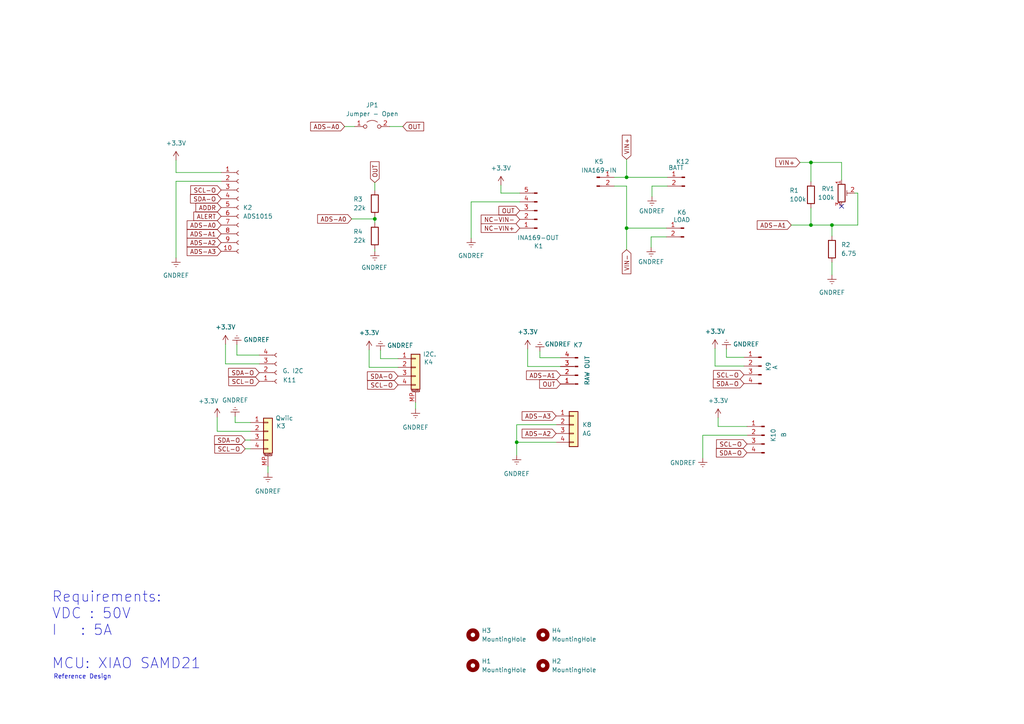
<source format=kicad_sch>
(kicad_sch (version 20231120) (generator "eeschema") (generator_version "8.0")
  (paper "A4")
  (title_block (title "AmpVolt V1.0") (date "2024-02-28") (rev "1.0") (company "Elektor "))
  (lib_symbols
    (symbol "Connector:Conn_01x02_Pin" (pin_names (offset 1.016) hide)
      (property "Reference" "J" (at 0 2.54 0))
      (property "Value" "Conn_01x02_Pin" (at 0 -5.08 0))
      (symbol "Conn_01x02_Pin_1_1"
        (polyline (pts (xy 1.27 -2.54) (xy 0.8636 -2.54)) (stroke (width 0.1524)))
        (polyline (pts (xy 1.27 0) (xy 0.8636 0)) (stroke (width 0.1524)))
        (rectangle (start 0.8636 -2.413) (end 0 -2.667) (stroke (width 0.1524)) (fill (type outline)))
        (rectangle (start 0.8636 0.127) (end 0 -0.127) (stroke (width 0.1524)) (fill (type outline)))
        (pin passive line (at 5.08 0 180) (length 3.81) (name "Pin_1") (number "1"))
        (pin passive line (at 5.08 -2.54 180) (length 3.81) (name "Pin_2") (number "2"))
      )
    )
    (symbol "Connector:Conn_01x04_Pin" (pin_names (offset 1.016) hide)
      (property "Reference" "J" (at 0 5.08 0))
      (property "Value" "Conn_01x04_Pin" (at 0 -7.62 0))
      (symbol "Conn_01x04_Pin_1_1"
        (polyline (pts (xy 1.27 -5.08) (xy 0.8636 -5.08)) (stroke (width 0.1524)))
        (polyline (pts (xy 1.27 -2.54) (xy 0.8636 -2.54)) (stroke (width 0.1524)))
        (polyline (pts (xy 1.27 0) (xy 0.8636 0)) (stroke (width 0.1524)))
        (polyline (pts (xy 1.27 2.54) (xy 0.8636 2.54)) (stroke (width 0.1524)))
        (rectangle (start 0.8636 -4.953) (end 0 -5.207) (stroke (width 0.1524)) (fill (type outline)))
        (rectangle (start 0.8636 -2.413) (end 0 -2.667) (stroke (width 0.1524)) (fill (type outline)))
        (rectangle (start 0.8636 0.127) (end 0 -0.127) (stroke (width 0.1524)) (fill (type outline)))
        (rectangle (start 0.8636 2.667) (end 0 2.413) (stroke (width 0.1524)) (fill (type outline)))
        (pin passive line (at 5.08 2.54 180) (length 3.81) (name "Pin_1") (number "1"))
        (pin passive line (at 5.08 0 180) (length 3.81) (name "Pin_2") (number "2"))
        (pin passive line (at 5.08 -2.54 180) (length 3.81) (name "Pin_3") (number "3"))
        (pin passive line (at 5.08 -5.08 180) (length 3.81) (name "Pin_4") (number "4"))
      )
    )
    (symbol "Connector:Conn_01x04_Socket" (pin_names (offset 1.016) hide)
      (property "Reference" "J" (at 0 5.08 0))
      (property "Value" "Conn_01x04_Socket" (at 0 -7.62 0))
      (symbol "Conn_01x04_Socket_1_1"
        (arc (start 0 -4.572) (mid -0.5058 -5.08) (end 0 -5.588) (stroke (width 0.1524)))
        (arc (start 0 -2.032) (mid -0.5058 -2.54) (end 0 -3.048) (stroke (width 0.1524)))
        (polyline (pts (xy -1.27 -5.08) (xy -0.508 -5.08)) (stroke (width 0.1524)))
        (polyline (pts (xy -1.27 -2.54) (xy -0.508 -2.54)) (stroke (width 0.1524)))
        (polyline (pts (xy -1.27 0) (xy -0.508 0)) (stroke (width 0.1524)))
        (polyline (pts (xy -1.27 2.54) (xy -0.508 2.54)) (stroke (width 0.1524)))
        (arc (start 0 0.508) (mid -0.5058 0) (end 0 -0.508) (stroke (width 0.1524)))
        (arc (start 0 3.048) (mid -0.5058 2.54) (end 0 2.032) (stroke (width 0.1524)))
        (pin passive line (at -5.08 2.54 0) (length 3.81) (name "Pin_1") (number "1"))
        (pin passive line (at -5.08 0 0) (length 3.81) (name "Pin_2") (number "2"))
        (pin passive line (at -5.08 -2.54 0) (length 3.81) (name "Pin_3") (number "3"))
        (pin passive line (at -5.08 -5.08 0) (length 3.81) (name "Pin_4") (number "4"))
      )
    )
    (symbol "Connector:Conn_01x05_Pin" (pin_names (offset 1.016) hide)
      (property "Reference" "J" (at 0 7.62 0))
      (property "Value" "Conn_01x05_Pin" (at 0 -7.62 0))
      (symbol "Conn_01x05_Pin_1_1"
        (polyline (pts (xy 1.27 -5.08) (xy 0.8636 -5.08)) (stroke (width 0.1524)))
        (polyline (pts (xy 1.27 -2.54) (xy 0.8636 -2.54)) (stroke (width 0.1524)))
        (polyline (pts (xy 1.27 0) (xy 0.8636 0)) (stroke (width 0.1524)))
        (polyline (pts (xy 1.27 2.54) (xy 0.8636 2.54)) (stroke (width 0.1524)))
        (polyline (pts (xy 1.27 5.08) (xy 0.8636 5.08)) (stroke (width 0.1524)))
        (rectangle (start 0.8636 -4.953) (end 0 -5.207) (stroke (width 0.1524)) (fill (type outline)))
        (rectangle (start 0.8636 -2.413) (end 0 -2.667) (stroke (width 0.1524)) (fill (type outline)))
        (rectangle (start 0.8636 0.127) (end 0 -0.127) (stroke (width 0.1524)) (fill (type outline)))
        (rectangle (start 0.8636 2.667) (end 0 2.413) (stroke (width 0.1524)) (fill (type outline)))
        (rectangle (start 0.8636 5.207) (end 0 4.953) (stroke (width 0.1524)) (fill (type outline)))
        (pin passive line (at 5.08 5.08 180) (length 3.81) (name "Pin_1") (number "1"))
        (pin passive line (at 5.08 2.54 180) (length 3.81) (name "Pin_2") (number "2"))
        (pin passive line (at 5.08 0 180) (length 3.81) (name "Pin_3") (number "3"))
        (pin passive line (at 5.08 -2.54 180) (length 3.81) (name "Pin_4") (number "4"))
        (pin passive line (at 5.08 -5.08 180) (length 3.81) (name "Pin_5") (number "5"))
      )
    )
    (symbol "Connector:Conn_01x10_Socket" (pin_names (offset 1.016) hide)
      (property "Reference" "J" (at 0 12.7 0))
      (property "Value" "Conn_01x10_Socket" (at 0 -15.24 0))
      (symbol "Conn_01x10_Socket_1_1"
        (arc (start 0 -12.192) (mid -0.5058 -12.7) (end 0 -13.208) (stroke (width 0.1524)))
        (arc (start 0 -9.652) (mid -0.5058 -10.16) (end 0 -10.668) (stroke (width 0.1524)))
        (arc (start 0 -7.112) (mid -0.5058 -7.62) (end 0 -8.128) (stroke (width 0.1524)))
        (arc (start 0 -4.572) (mid -0.5058 -5.08) (end 0 -5.588) (stroke (width 0.1524)))
        (arc (start 0 -2.032) (mid -0.5058 -2.54) (end 0 -3.048) (stroke (width 0.1524)))
        (polyline (pts (xy -1.27 -12.7) (xy -0.508 -12.7)) (stroke (width 0.1524)))
        (polyline (pts (xy -1.27 -10.16) (xy -0.508 -10.16)) (stroke (width 0.1524)))
        (polyline (pts (xy -1.27 -7.62) (xy -0.508 -7.62)) (stroke (width 0.1524)))
        (polyline (pts (xy -1.27 -5.08) (xy -0.508 -5.08)) (stroke (width 0.1524)))
        (polyline (pts (xy -1.27 -2.54) (xy -0.508 -2.54)) (stroke (width 0.1524)))
        (polyline (pts (xy -1.27 0) (xy -0.508 0)) (stroke (width 0.1524)))
        (polyline (pts (xy -1.27 2.54) (xy -0.508 2.54)) (stroke (width 0.1524)))
        (polyline (pts (xy -1.27 5.08) (xy -0.508 5.08)) (stroke (width 0.1524)))
        (polyline (pts (xy -1.27 7.62) (xy -0.508 7.62)) (stroke (width 0.1524)))
        (polyline (pts (xy -1.27 10.16) (xy -0.508 10.16)) (stroke (width 0.1524)))
        (arc (start 0 0.508) (mid -0.5058 0) (end 0 -0.508) (stroke (width 0.1524)))
        (arc (start 0 3.048) (mid -0.5058 2.54) (end 0 2.032) (stroke (width 0.1524)))
        (arc (start 0 5.588) (mid -0.5058 5.08) (end 0 4.572) (stroke (width 0.1524)))
        (arc (start 0 8.128) (mid -0.5058 7.62) (end 0 7.112) (stroke (width 0.1524)))
        (arc (start 0 10.668) (mid -0.5058 10.16) (end 0 9.652) (stroke (width 0.1524)))
        (pin passive line (at -5.08 10.16 0) (length 3.81) (name "Pin_1") (number "1"))
        (pin passive line (at -5.08 -12.7 0) (length 3.81) (name "Pin_10") (number "10"))
        (pin passive line (at -5.08 7.62 0) (length 3.81) (name "Pin_2") (number "2"))
        (pin passive line (at -5.08 5.08 0) (length 3.81) (name "Pin_3") (number "3"))
        (pin passive line (at -5.08 2.54 0) (length 3.81) (name "Pin_4") (number "4"))
        (pin passive line (at -5.08 0 0) (length 3.81) (name "Pin_5") (number "5"))
        (pin passive line (at -5.08 -2.54 0) (length 3.81) (name "Pin_6") (number "6"))
        (pin passive line (at -5.08 -5.08 0) (length 3.81) (name "Pin_7") (number "7"))
        (pin passive line (at -5.08 -7.62 0) (length 3.81) (name "Pin_8") (number "8"))
        (pin passive line (at -5.08 -10.16 0) (length 3.81) (name "Pin_9") (number "9"))
      )
    )
    (symbol "Connector_Generic:Conn_01x04" (pin_names (offset 1.016) hide)
      (property "Reference" "J" (at 0 5.08 0))
      (property "Value" "Conn_01x04" (at 0 -7.62 0))
      (symbol "Conn_01x04_1_1"
        (rectangle (start -1.27 -4.953) (end 0 -5.207) (stroke (width 0.1524)))
        (rectangle (start -1.27 -2.413) (end 0 -2.667) (stroke (width 0.1524)))
        (rectangle (start -1.27 0.127) (end 0 -0.127) (stroke (width 0.1524)))
        (rectangle (start -1.27 2.667) (end 0 2.413) (stroke (width 0.1524)))
        (rectangle (start -1.27 3.81) (end 1.27 -6.35) (stroke (width 0.254)) (fill (type background)))
        (pin passive line (at -5.08 2.54 0) (length 3.81) (name "Pin_1") (number "1"))
        (pin passive line (at -5.08 0 0) (length 3.81) (name "Pin_2") (number "2"))
        (pin passive line (at -5.08 -2.54 0) (length 3.81) (name "Pin_3") (number "3"))
        (pin passive line (at -5.08 -5.08 0) (length 3.81) (name "Pin_4") (number "4"))
      )
    )
    (symbol "Connector_Generic_MountingPin:Conn_01x04_MountingPin" (pin_names (offset 1.016) hide)
      (property "Reference" "J" (at 0 5.08 0))
      (property "Value" "Conn_01x04_MountingPin" (at 1.27 -7.62 0))
      (symbol "Conn_01x04_MountingPin_1_1"
        (rectangle (start -1.27 -4.953) (end 0 -5.207) (stroke (width 0.1524)))
        (rectangle (start -1.27 -2.413) (end 0 -2.667) (stroke (width 0.1524)))
        (rectangle (start -1.27 0.127) (end 0 -0.127) (stroke (width 0.1524)))
        (rectangle (start -1.27 2.667) (end 0 2.413) (stroke (width 0.1524)))
        (rectangle (start -1.27 3.81) (end 1.27 -6.35) (stroke (width 0.254)) (fill (type background)))
        (polyline (pts (xy -1.016 -7.112) (xy 1.016 -7.112)) (stroke (width 0.1524)))
        (text "Mounting" (at 0 -6.731 0) (effects (font (size 0.381 0.381))))
        (pin passive line (at -5.08 2.54 0) (length 3.81) (name "Pin_1") (number "1"))
        (pin passive line (at -5.08 0 0) (length 3.81) (name "Pin_2") (number "2"))
        (pin passive line (at -5.08 -2.54 0) (length 3.81) (name "Pin_3") (number "3"))
        (pin passive line (at -5.08 -5.08 0) (length 3.81) (name "Pin_4") (number "4"))
        (pin passive line (at 0 -10.16 90) (length 3.048) (name "MountPin") (number "MP"))
      )
    )
    (symbol "Device:R" (pin_numbers hide) (pin_names (offset 0))
      (property "Reference" "R" (at 2.032 0 90))
      (property "Value" "R" (at 0 0 90))
      (symbol "R_0_1"
        (rectangle (start -1.016 -2.54) (end 1.016 2.54) (stroke (width 0.254)))
      )
      (symbol "R_1_1"
        (pin passive line (at 0 3.81 270) (length 1.27) (name "~") (number "1"))
        (pin passive line (at 0 -3.81 90) (length 1.27) (name "~") (number "2"))
      )
    )
    (symbol "Device:R_Potentiometer_Trim" (pin_names (offset 1.016) hide)
      (property "Reference" "RV" (at -4.445 0 90))
      (property "Value" "R_Potentiometer_Trim" (at -2.54 0 90))
      (symbol "R_Potentiometer_Trim_0_1"
        (polyline (pts (xy 1.524 0.762) (xy 1.524 -0.762)))
        (polyline (pts (xy 2.54 0) (xy 1.524 0)))
        (rectangle (start 1.016 2.54) (end -1.016 -2.54) (stroke (width 0.254)))
      )
      (symbol "R_Potentiometer_Trim_1_1"
        (pin passive line (at 0 3.81 270) (length 1.27) (name "1") (number "1"))
        (pin passive line (at 3.81 0 180) (length 1.27) (name "2") (number "2"))
        (pin passive line (at 0 -3.81 90) (length 1.27) (name "3") (number "3"))
      )
    )
    (symbol "Jumper:Jumper_2_Open" (pin_names (offset 0) hide)
      (property "Reference" "JP" (at 0 2.794 0))
      (property "Value" "Jumper_2_Open" (at 0 -2.286 0))
      (symbol "Jumper_2_Open_0_0"
        (circle (center -2.032 0) (radius 0.508))
        (circle (center 2.032 0) (radius 0.508))
      )
      (symbol "Jumper_2_Open_0_1"
        (arc (start 1.524 1.27) (mid 0 1.778) (end -1.524 1.27))
      )
      (symbol "Jumper_2_Open_1_1"
        (pin passive line (at -5.08 0 0) (length 2.54) (name "A") (number "1"))
        (pin passive line (at 5.08 0 180) (length 2.54) (name "B") (number "2"))
      )
    )
    (symbol "Mechanical:MountingHole" (pin_names (offset 1.016))
      (property "Reference" "H" (at 0 5.08 0))
      (property "Value" "MountingHole" (at 0 3.175 0))
      (symbol "MountingHole_0_1"
        (circle (center 0 0) (radius 1.27) (stroke (width 1.27)))
      )
    )
    (symbol "power:+3.3V" (power) (pin_names (offset 0))
      (property "Value" "+3.3V" (at 0 3.556 0))
      (symbol "+3.3V_0_1"
        (polyline (pts (xy -0.762 1.27) (xy 0 2.54)))
        (polyline (pts (xy 0 0) (xy 0 2.54)))
        (polyline (pts (xy 0 2.54) (xy 0.762 1.27)))
      )
      (symbol "+3.3V_1_1"
        (pin power_in line (at 0 0 90) (length 0) hide (name "+3.3V") (number "1"))
      )
    )
    (symbol "power:GNDREF" (power) (pin_names (offset 0))
      (property "Value" "GNDREF" (at 0 -3.81 0))
      (symbol "GNDREF_0_1"
        (polyline (pts (xy -0.635 -1.905) (xy 0.635 -1.905)))
        (polyline (pts (xy -0.127 -2.54) (xy 0.127 -2.54)))
        (polyline (pts (xy 0 -1.27) (xy 0 0)))
        (polyline (pts (xy 1.27 -1.27) (xy -1.27 -1.27)))
      )
      (symbol "GNDREF_1_1"
        (pin power_in line (at 0 0 270) (length 0) hide (name "GNDREF") (number "1"))
      )
    )
  )
  (junction (at 235.204 65.278))
  (junction (at 149.86 128.27))
  (junction (at 181.737 51.435))
  (junction (at 235.204 47.117))
  (junction (at 181.737 66.167))
  (junction (at 108.712 63.5))
  (junction (at 241.3 65.278))
  (no_connect (at 244.094 59.817))
  (wire (pts (xy 235.204 47.117) (xy 244.094 47.117)))
  (wire (pts (xy 68.707 102.997) (xy 75.184 102.997)))
  (wire (pts (xy 156.591 101.854) (xy 156.591 103.759)))
  (wire (pts (xy 68.707 99.949) (xy 68.707 102.997)))
  (wire (pts (xy 189.103 57.023) (xy 189.103 53.975)))
  (wire (pts (xy 77.724 137.16) (xy 77.724 135.255)))
  (wire (pts (xy 62.992 121.031) (xy 62.992 125.095)))
  (wire (pts (xy 189.103 53.975) (xy 193.548 53.975)))
  (wire (pts (xy 108.712 62.865) (xy 108.712 63.5)))
  (wire (pts (xy 248.793 65.278) (xy 241.3 65.278)))
  (wire (pts (xy 232.029 47.117) (xy 235.204 47.117)))
  (wire (pts (xy 65.405 99.822) (xy 65.405 105.537)))
  (wire (pts (xy 145.288 53.721) (xy 145.288 56.007)))
  (wire (pts (xy 113.03 36.703) (xy 116.84 36.703)))
  (wire (pts (xy 68.199 120.777) (xy 68.199 122.555)))
  (wire (pts (xy 178.181 51.435) (xy 181.737 51.435)))
  (wire (pts (xy 120.523 116.713) (xy 120.523 118.618)))
  (wire (pts (xy 149.86 132.08) (xy 149.86 128.27)))
  (wire (pts (xy 207.391 106.172) (xy 215.773 106.172)))
  (wire (pts (xy 181.737 51.435) (xy 193.548 51.435)))
  (wire (pts (xy 145.288 56.007) (xy 150.749 56.007)))
  (wire (pts (xy 62.992 125.095) (xy 72.644 125.095)))
  (wire (pts (xy 161.29 123.19) (xy 149.86 123.19)))
  (wire (pts (xy 229.489 65.278) (xy 235.204 65.278)))
  (wire (pts (xy 110.363 104.013) (xy 115.443 104.013)))
  (wire (pts (xy 75.184 105.537) (xy 65.405 105.537)))
  (wire (pts (xy 181.737 46.228) (xy 181.737 51.435)))
  (wire (pts (xy 203.835 132.842) (xy 203.835 126.238)))
  (wire (pts (xy 181.737 66.167) (xy 181.737 72.39)))
  (wire (pts (xy 203.835 126.238) (xy 216.662 126.238)))
  (wire (pts (xy 149.86 128.27) (xy 161.29 128.27)))
  (wire (pts (xy 149.86 123.19) (xy 149.86 128.27)))
  (wire (pts (xy 156.591 103.759) (xy 162.56 103.759)))
  (wire (pts (xy 153.035 101.219) (xy 153.035 106.299)))
  (wire (pts (xy 107.061 106.553) (xy 115.443 106.553)))
  (wire (pts (xy 108.712 72.263) (xy 108.712 72.898)))
  (wire (pts (xy 153.035 106.299) (xy 162.56 106.299)))
  (wire (pts (xy 136.652 69.088) (xy 136.652 58.547)))
  (wire (pts (xy 208.28 123.698) (xy 216.662 123.698)))
  (wire (pts (xy 71.12 130.175) (xy 72.644 130.175)))
  (wire (pts (xy 110.363 101.6) (xy 110.363 104.013)))
  (wire (pts (xy 51.054 52.578) (xy 64.135 52.578)))
  (wire (pts (xy 235.204 60.325) (xy 235.204 65.278)))
  (wire (pts (xy 247.904 56.007) (xy 248.793 56.007)))
  (wire (pts (xy 210.693 101.219) (xy 210.693 103.632)))
  (wire (pts (xy 108.712 52.959) (xy 108.712 55.245)))
  (wire (pts (xy 107.061 101.473) (xy 107.061 106.553)))
  (wire (pts (xy 136.652 58.547) (xy 150.749 58.547)))
  (wire (pts (xy 178.181 53.975) (xy 181.737 53.975)))
  (wire (pts (xy 51.054 50.038) (xy 64.135 50.038)))
  (wire (pts (xy 241.3 76.073) (xy 241.3 79.756)))
  (wire (pts (xy 71.12 127.635) (xy 72.644 127.635)))
  (wire (pts (xy 241.3 65.278) (xy 241.3 68.453)))
  (wire (pts (xy 68.199 122.555) (xy 72.644 122.555)))
  (wire (pts (xy 235.204 47.117) (xy 235.204 52.705)))
  (wire (pts (xy 207.391 101.092) (xy 207.391 106.172)))
  (wire (pts (xy 248.793 56.007) (xy 248.793 65.278)))
  (wire (pts (xy 208.28 121.158) (xy 208.28 123.698)))
  (wire (pts (xy 108.712 63.5) (xy 108.712 64.643)))
  (wire (pts (xy 181.737 66.167) (xy 193.294 66.167)))
  (wire (pts (xy 188.849 71.755) (xy 188.849 68.707)))
  (wire (pts (xy 244.094 47.117) (xy 244.094 52.197)))
  (wire (pts (xy 99.949 36.703) (xy 102.87 36.703)))
  (wire (pts (xy 51.054 74.803) (xy 51.054 52.578)))
  (wire (pts (xy 101.981 63.5) (xy 108.712 63.5)))
  (wire (pts (xy 188.849 68.707) (xy 193.294 68.707)))
  (wire (pts (xy 181.737 53.975) (xy 181.737 66.167)))
  (wire (pts (xy 210.693 103.632) (xy 215.773 103.632)))
  (wire (pts (xy 235.204 65.278) (xy 241.3 65.278)))
  (wire (pts (xy 51.054 46.482) (xy 51.054 50.038)))
  (text "Requirements:\nVDC : 50V\nI   : 5A\n\nMCU: XIAO SAMD21" (at 14.986 194.31 0) (effects (font (size 3 3)) (justify left bottom)))
  (text "Reference Design" (at 15.494 197.104 0) (effects (font (size 1.27 1.27)) (justify left bottom)))
  (global_label "OUT" (shape input) (at 108.712 52.959 90) (property "Intersheetrefs" "${INTERSHEET_REFS}" (effects (hide yes))))
  (global_label "ADS-A2" (shape input) (at 161.29 125.73 180) (property "Intersheetrefs" "${INTERSHEET_REFS}" (effects (hide yes))))
  (global_label "ADS-A3" (shape input) (at 64.135 72.898 180) (property "Intersheetrefs" "${INTERSHEET_REFS}" (effects (hide yes))))
  (global_label "SDA-O" (shape input) (at 75.184 108.077 180) (property "Intersheetrefs" "${INTERSHEET_REFS}" (effects (hide yes))))
  (global_label "ALERT" (shape input) (at 64.135 62.738 180) (property "Intersheetrefs" "${INTERSHEET_REFS}" (effects (hide yes))))
  (global_label "NC-VIN-" (shape input) (at 150.749 63.627 180) (property "Intersheetrefs" "${INTERSHEET_REFS}" (effects (hide yes))))
  (global_label "OUT" (shape input) (at 162.56 111.379 180) (property "Intersheetrefs" "${INTERSHEET_REFS}" (effects (hide yes))))
  (global_label "SCL-O" (shape input) (at 115.443 111.633 180) (property "Intersheetrefs" "${INTERSHEET_REFS}" (effects (hide yes))))
  (global_label "SCL-O" (shape input) (at 64.135 55.118 180) (property "Intersheetrefs" "${INTERSHEET_REFS}" (effects (hide yes))))
  (global_label "SDA-O" (shape input) (at 216.662 131.318 180) (property "Intersheetrefs" "${INTERSHEET_REFS}" (effects (hide yes))))
  (global_label "ADS-A1" (shape input) (at 64.135 67.818 180) (property "Intersheetrefs" "${INTERSHEET_REFS}" (effects (hide yes))))
  (global_label "SCL-O" (shape input) (at 215.773 108.712 180) (property "Intersheetrefs" "${INTERSHEET_REFS}" (effects (hide yes))))
  (global_label "OUT" (shape input) (at 116.84 36.703 0) (property "Intersheetrefs" "${INTERSHEET_REFS}" (effects (hide yes))))
  (global_label "ADS-A2" (shape input) (at 64.135 70.358 180) (property "Intersheetrefs" "${INTERSHEET_REFS}" (effects (hide yes))))
  (global_label "ADS-A0" (shape input) (at 99.949 36.703 180) (property "Intersheetrefs" "${INTERSHEET_REFS}" (effects (hide yes))))
  (global_label "ADS-A1" (shape input) (at 229.489 65.278 180) (property "Intersheetrefs" "${INTERSHEET_REFS}" (effects (hide yes))))
  (global_label "VIN+" (shape input) (at 181.737 46.228 90) (property "Intersheetrefs" "${INTERSHEET_REFS}" (effects (hide yes))))
  (global_label "ADS-A0" (shape input) (at 64.135 65.278 180) (property "Intersheetrefs" "${INTERSHEET_REFS}" (effects (hide yes))))
  (global_label "SDA-O" (shape input) (at 64.135 57.658 180) (property "Intersheetrefs" "${INTERSHEET_REFS}" (effects (hide yes))))
  (global_label "ADS-A3" (shape input) (at 161.29 120.65 180) (property "Intersheetrefs" "${INTERSHEET_REFS}" (effects (hide yes))))
  (global_label "VIN-" (shape input) (at 181.737 72.39 270) (property "Intersheetrefs" "${INTERSHEET_REFS}" (effects (hide yes))))
  (global_label "SDA-O" (shape input) (at 215.773 111.252 180) (property "Intersheetrefs" "${INTERSHEET_REFS}" (effects (hide yes))))
  (global_label "SCL-O" (shape input) (at 71.12 130.175 180) (property "Intersheetrefs" "${INTERSHEET_REFS}" (effects (hide yes))))
  (global_label "SCL-O" (shape input) (at 75.184 110.617 180) (property "Intersheetrefs" "${INTERSHEET_REFS}" (effects (hide yes))))
  (global_label "VIN+" (shape input) (at 232.029 47.117 180) (property "Intersheetrefs" "${INTERSHEET_REFS}" (effects (hide yes))))
  (global_label "NC-VIN+" (shape input) (at 150.749 66.167 180) (property "Intersheetrefs" "${INTERSHEET_REFS}" (effects (hide yes))))
  (global_label "OUT" (shape input) (at 150.749 61.087 180) (property "Intersheetrefs" "${INTERSHEET_REFS}" (effects (hide yes))))
  (global_label "SDA-O" (shape input) (at 71.12 127.635 180) (property "Intersheetrefs" "${INTERSHEET_REFS}" (effects (hide yes))))
  (global_label "SDA-O" (shape input) (at 115.443 109.093 180) (property "Intersheetrefs" "${INTERSHEET_REFS}" (effects (hide yes))))
  (global_label "SCL-O" (shape input) (at 216.662 128.778 180) (property "Intersheetrefs" "${INTERSHEET_REFS}" (effects (hide yes))))
  (global_label "ADS-A1" (shape input) (at 162.56 108.839 180) (property "Intersheetrefs" "${INTERSHEET_REFS}" (effects (hide yes))))
  (global_label "ADDR" (shape input) (at 64.135 60.198 180) (property "Intersheetrefs" "${INTERSHEET_REFS}" (effects (hide yes))))
  (global_label "ADS-A0" (shape input) (at 101.981 63.5 180) (property "Intersheetrefs" "${INTERSHEET_REFS}" (effects (hide yes))))
  (symbol (lib_id "Device:R") (at 241.3 72.263 0) (unit 1)
    (property "Reference" "R2" (at 243.967 70.993 0) (effects (justify left)))
    (property "Value" "6.75" (at 243.967 73.533 0) (effects (justify left)))
    (property "Footprint" "Resistor_THT:R_Axial_DIN0204_L3.6mm_D1.6mm_P7.62mm_Horizontal" (effects (hide yes)))
  )
  (symbol (lib_id "power:GNDREF") (at 149.86 132.08 0) (mirror y) (unit 1)
    (property "Reference" "#PWR045" (effects (hide yes)))
    (property "Value" "GNDREF" (at 149.86 137.414 0))
  )
  (symbol (lib_id "power:GNDREF") (at 68.707 99.949 0) (mirror x) (unit 1)
    (property "Reference" "#PWR02" (effects (hide yes)))
    (property "Value" "GNDREF" (at 74.422 98.552 0))
  )
  (symbol (lib_id "power:+3.3V") (at 51.054 46.482 0) (unit 1)
    (property "Reference" "#PWR017" (effects (hide yes)))
    (property "Value" "+3.3V" (at 51.054 41.529 0))
  )
  (symbol (lib_id "Connector:Conn_01x10_Socket") (at 69.215 60.198 0) (unit 1)
    (property "Reference" "K2" (at 70.485 60.198 0) (effects (justify left)))
    (property "Value" "ADS1015" (at 70.485 62.738 0) (effects (justify left)))
    (property "Footprint" "Connector_PinHeader_2.54mm:PinHeader_1x10_P2.54mm_Vertical" (effects (hide yes)))
  )
  (symbol (lib_id "Device:R_Potentiometer_Trim") (at 244.094 56.007 0) (unit 1)
    (property "Reference" "RV1" (at 242.062 54.737 0) (effects (justify right)))
    (property "Value" "100k" (at 242.062 57.277 0) (effects (justify right)))
    (property "Footprint" "Potentiometer_THT:Potentiometer_Bourns_3296W_Vertical" (effects (hide yes)))
  )
  (symbol (lib_id "power:+3.3V") (at 208.28 121.158 0) (unit 1)
    (property "Reference" "#PWR049" (effects (hide yes)))
    (property "Value" "+3.3V" (at 208.28 116.205 0))
  )
  (symbol (lib_id "power:GNDREF") (at 77.724 137.16 0) (mirror y) (unit 1)
    (property "Reference" "#PWR046" (effects (hide yes)))
    (property "Value" "GNDREF" (at 77.724 142.494 0))
  )
  (symbol (lib_id "Connector_Generic:Conn_01x04") (at 166.37 123.19 0) (unit 1)
    (property "Reference" "K8" (at 168.91 123.1899 0) (effects (justify left)))
    (property "Value" "AG" (at 168.91 125.7299 0) (effects (justify left)))
    (property "Footprint" "Connector_PinHeader_2.54mm:PinHeader_1x04_P2.54mm_Vertical" (effects (hide yes)))
    (property "Description" "Generic connector, single row, 01x04, script generated (kicad-library-utils/schlib/autogen/connector/)" (effects (hide yes)))
  )
  (symbol (lib_id "Connector:Conn_01x04_Pin") (at 221.742 126.238 0) (mirror y) (unit 1)
    (property "Reference" "K10" (at 224.282 126.238 90))
    (property "Value" "B" (at 227.33 126.111 90))
    (property "Footprint" "Connector_PinHeader_2.54mm:PinHeader_1x04_P2.54mm_Vertical" (effects (hide yes)))
  )
  (symbol (lib_id "Device:R") (at 235.204 56.515 0) (unit 1)
    (property "Reference" "R1" (at 228.981 55.245 0) (effects (justify left)))
    (property "Value" "100k" (at 228.981 57.785 0) (effects (justify left)))
    (property "Footprint" "Resistor_THT:R_Axial_DIN0204_L3.6mm_D1.6mm_P7.62mm_Horizontal" (effects (hide yes)))
  )
  (symbol (lib_id "Mechanical:MountingHole") (at 137.16 193.04 0) (unit 1)
    (property "Reference" "H1" (at 139.7 191.7699 0) (effects (justify left)))
    (property "Value" "MountingHole" (at 139.7 194.3099 0) (effects (justify left)))
    (property "Footprint" "MountingHole:MountingHole_3.2mm_M3_DIN965_Pad_TopOnly" (effects (hide yes)))
    (property "Description" "Mounting Hole without connection" (effects (hide yes)))
  )
  (symbol (lib_id "power:+3.3V") (at 145.288 53.721 0) (unit 1)
    (property "Reference" "#PWR026" (effects (hide yes)))
    (property "Value" "+3.3V" (at 145.288 48.768 0))
  )
  (symbol (lib_id "Mechanical:MountingHole") (at 157.48 184.15 0) (unit 1)
    (property "Reference" "H4" (at 160.02 182.8799 0) (effects (justify left)))
    (property "Value" "MountingHole" (at 160.02 185.4199 0) (effects (justify left)))
    (property "Footprint" "MountingHole:MountingHole_3.2mm_M3_DIN965_Pad_TopOnly" (effects (hide yes)))
    (property "Description" "Mounting Hole without connection" (effects (hide yes)))
  )
  (symbol (lib_id "power:+3.3V") (at 107.061 101.473 0) (unit 1)
    (property "Reference" "#PWR020" (effects (hide yes)))
    (property "Value" "+3.3V" (at 107.061 96.52 0))
  )
  (symbol (lib_id "Mechanical:MountingHole") (at 157.48 193.04 0) (unit 1)
    (property "Reference" "H2" (at 160.02 191.7699 0) (effects (justify left)))
    (property "Value" "MountingHole" (at 160.02 194.3099 0) (effects (justify left)))
    (property "Footprint" "MountingHole:MountingHole_3.2mm_M3_DIN965_Pad_TopOnly" (effects (hide yes)))
    (property "Description" "Mounting Hole without connection" (effects (hide yes)))
  )
  (symbol (lib_id "Connector:Conn_01x04_Pin") (at 220.853 106.172 0) (mirror y) (unit 1)
    (property "Reference" "K9" (at 222.885 106.299 90))
    (property "Value" "A" (at 224.79 106.553 90))
    (property "Footprint" "Connector_PinHeader_2.54mm:PinHeader_1x04_P2.54mm_Vertical" (effects (hide yes)))
  )
  (symbol (lib_id "power:GNDREF") (at 136.652 69.088 0) (unit 1)
    (property "Reference" "#PWR023" (effects (hide yes)))
    (property "Value" "GNDREF" (at 136.652 74.168 0))
  )
  (symbol (lib_id "Connector:Conn_01x02_Pin") (at 198.628 51.435 0) (mirror y) (unit 1)
    (property "Reference" "K12" (at 197.993 46.863 0))
    (property "Value" "BATT" (at 196.088 48.641 0))
    (property "Footprint" "Connector_AMASS:AMASS_XT60PW-F_1x02_P7.20mm_Horizontal" (effects (hide yes)))
  )
  (symbol (lib_id "power:GNDREF") (at 110.363 101.6 0) (mirror x) (unit 1)
    (property "Reference" "#PWR021" (effects (hide yes)))
    (property "Value" "GNDREF" (at 116.078 100.203 0))
  )
  (symbol (lib_id "Device:R") (at 108.712 68.453 0) (unit 1)
    (property "Reference" "R4" (at 102.489 67.183 0) (effects (justify left)))
    (property "Value" "22k" (at 102.489 69.723 0) (effects (justify left)))
    (property "Footprint" "Resistor_THT:R_Axial_DIN0204_L3.6mm_D1.6mm_P7.62mm_Horizontal" (effects (hide yes)))
  )
  (symbol (lib_id "power:GNDREF") (at 156.591 101.854 0) (mirror x) (unit 1)
    (property "Reference" "#PWR025" (effects (hide yes)))
    (property "Value" "GNDREF" (at 161.798 99.822 0))
  )
  (symbol (lib_id "power:+3.3V") (at 207.391 101.092 0) (unit 1)
    (property "Reference" "#PWR047" (effects (hide yes)))
    (property "Value" "+3.3V" (at 207.391 96.139 0))
  )
  (symbol (lib_id "Jumper:Jumper_2_Open") (at 107.95 36.703 0) (unit 1)
    (property "Reference" "JP1" (at 107.95 30.48 0))
    (property "Value" "Jumper - Open" (at 107.95 33.02 0))
    (property "Footprint" "Jumper:SolderJumper-2_P1.3mm_Open_TrianglePad1.0x1.5mm" (effects (hide yes)))
  )
  (symbol (lib_id "power:GNDREF") (at 108.712 72.898 0) (unit 1)
    (property "Reference" "#PWR053" (effects (hide yes)))
    (property "Value" "GNDREF" (at 108.585 77.597 0))
  )
  (symbol (lib_id "power:+3.3V") (at 62.992 121.031 0) (unit 1)
    (property "Reference" "#PWR018" (effects (hide yes)))
    (property "Value" "+3.3V" (at 60.452 116.332 0))
  )
  (symbol (lib_id "power:+3.3V") (at 65.405 99.822 0) (unit 1)
    (property "Reference" "#PWR01" (effects (hide yes)))
    (property "Value" "+3.3V" (at 65.405 94.869 0))
  )
  (symbol (lib_id "power:GNDREF") (at 241.3 79.756 0) (unit 1)
    (property "Reference" "#PWR027" (effects (hide yes)))
    (property "Value" "GNDREF" (at 241.3 84.836 0))
  )
  (symbol (lib_id "power:GNDREF") (at 188.849 71.755 0) (unit 1)
    (property "Reference" "#PWR04" (effects (hide yes)))
    (property "Value" "GNDREF" (at 188.849 75.946 0))
  )
  (symbol (lib_id "power:GNDREF") (at 189.103 57.023 0) (unit 1)
    (property "Reference" "#PWR03" (effects (hide yes)))
    (property "Value" "GNDREF" (at 189.103 61.214 0))
  )
  (symbol (lib_id "Connector:Conn_01x02_Pin") (at 173.101 51.435 0) (unit 1)
    (property "Reference" "K5" (at 173.736 46.863 0))
    (property "Value" "INA169-IN" (at 173.736 49.403 0))
    (property "Footprint" "Connector_Phoenix_MC_HighVoltage:PhoenixContact_MCV_1,5_2-G-5.08_1x02_P5.08mm_Vertical" (effects (hide yes)))
  )
  (symbol (lib_id "Device:R") (at 108.712 59.055 0) (unit 1)
    (property "Reference" "R3" (at 102.489 57.785 0) (effects (justify left)))
    (property "Value" "22k" (at 102.489 60.325 0) (effects (justify left)))
    (property "Footprint" "Resistor_THT:R_Axial_DIN0204_L3.6mm_D1.6mm_P7.62mm_Horizontal" (effects (hide yes)))
  )
  (symbol (lib_id "power:GNDREF") (at 51.054 74.803 0) (unit 1)
    (property "Reference" "#PWR019" (effects (hide yes)))
    (property "Value" "GNDREF" (at 51.054 79.883 0))
  )
  (symbol (lib_id "power:GNDREF") (at 68.199 120.777 0) (mirror x) (unit 1)
    (property "Reference" "#PWR044" (effects (hide yes)))
    (property "Value" "GNDREF" (at 68.199 116.078 0))
  )
  (symbol (lib_id "Connector_Generic_MountingPin:Conn_01x04_MountingPin") (at 120.523 106.553 0) (unit 1)
    (property "Reference" "K4" (at 122.936 105.029 0) (effects (justify left)))
    (property "Value" "I2C." (at 122.682 102.743 0) (effects (justify left)))
    (property "Footprint" "Connector_JST:JST_PH_S4B-PH-SM4-TB_1x04-1MP_P2.00mm_Horizontal" (effects (hide yes)))
  )
  (symbol (lib_id "Connector:Conn_01x02_Pin") (at 198.374 66.167 0) (mirror y) (unit 1)
    (property "Reference" "K6" (at 197.739 61.595 0))
    (property "Value" "LOAD" (at 197.739 63.754 0))
    (property "Footprint" "Connector_AMASS:AMASS_XT60PW-F_1x02_P7.20mm_Horizontal" (effects (hide yes)))
  )
  (symbol (lib_id "Mechanical:MountingHole") (at 137.16 184.15 0) (unit 1)
    (property "Reference" "H3" (at 139.7 182.8799 0) (effects (justify left)))
    (property "Value" "MountingHole" (at 139.7 185.4199 0) (effects (justify left)))
    (property "Footprint" "MountingHole:MountingHole_3.2mm_M3_DIN965_Pad_TopOnly" (effects (hide yes)))
    (property "Description" "Mounting Hole without connection" (effects (hide yes)))
  )
  (symbol (lib_id "Connector:Conn_01x04_Pin") (at 167.64 108.839 180) (unit 1)
    (property "Reference" "K7" (at 167.64 100.076 0))
    (property "Value" "RAW OUT" (at 170.307 107.442 90))
    (property "Footprint" "Connector_PinHeader_2.54mm:PinHeader_1x04_P2.54mm_Vertical" (effects (hide yes)))
  )
  (symbol (lib_id "power:GNDREF") (at 203.835 132.842 0) (mirror y) (unit 1)
    (property "Reference" "#PWR050" (effects (hide yes)))
    (property "Value" "GNDREF" (at 198.12 134.239 0))
  )
  (symbol (lib_id "power:GNDREF") (at 120.523 118.618 0) (mirror y) (unit 1)
    (property "Reference" "#PWR022" (effects (hide yes)))
    (property "Value" "GNDREF" (at 120.523 123.952 0))
  )
  (symbol (lib_id "power:+3.3V") (at 153.035 101.219 0) (unit 1)
    (property "Reference" "#PWR024" (effects (hide yes)))
    (property "Value" "+3.3V" (at 153.035 96.266 0))
  )
  (symbol (lib_id "Connector:Conn_01x05_Pin") (at 155.829 61.087 180) (unit 1)
    (property "Reference" "K1" (at 156.21 71.374 0))
    (property "Value" "INA169-OUT" (at 156.083 68.961 0))
    (property "Footprint" "Connector_PinSocket_2.54mm:PinSocket_1x05_P2.54mm_Vertical" (effects (hide yes)))
  )
  (symbol (lib_id "Connector_Generic_MountingPin:Conn_01x04_MountingPin") (at 77.724 125.095 0) (unit 1)
    (property "Reference" "K3" (at 80.137 123.571 0) (effects (justify left)))
    (property "Value" "Qwiic" (at 79.883 121.285 0) (effects (justify left)))
    (property "Footprint" "Connector_JST:JST_SH_SM04B-SRSS-TB_1x04-1MP_P1.00mm_Horizontal" (effects (hide yes)))
  )
  (symbol (lib_id "Connector:Conn_01x04_Socket") (at 80.264 108.077 0) (mirror x) (unit 1)
    (property "Reference" "K11" (at 82.042 110.236 0) (effects (justify left)))
    (property "Value" "G. I2C" (at 81.915 107.569 0) (effects (justify left)))
    (property "Footprint" "Connector_JST:JST_EH_S4B-EH_1x04_P2.50mm_Horizontal" (effects (hide yes)))
  )
  (symbol (lib_id "power:GNDREF") (at 210.693 101.219 0) (mirror x) (unit 1)
    (property "Reference" "#PWR048" (effects (hide yes)))
    (property "Value" "GNDREF" (at 216.408 99.822 0))
  )
)
</source>
